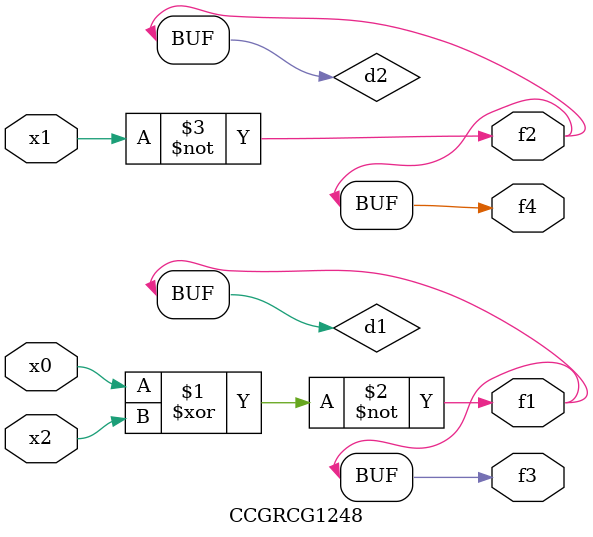
<source format=v>
module CCGRCG1248(
	input x0, x1, x2,
	output f1, f2, f3, f4
);

	wire d1, d2, d3;

	xnor (d1, x0, x2);
	nand (d2, x1);
	nor (d3, x1, x2);
	assign f1 = d1;
	assign f2 = d2;
	assign f3 = d1;
	assign f4 = d2;
endmodule

</source>
